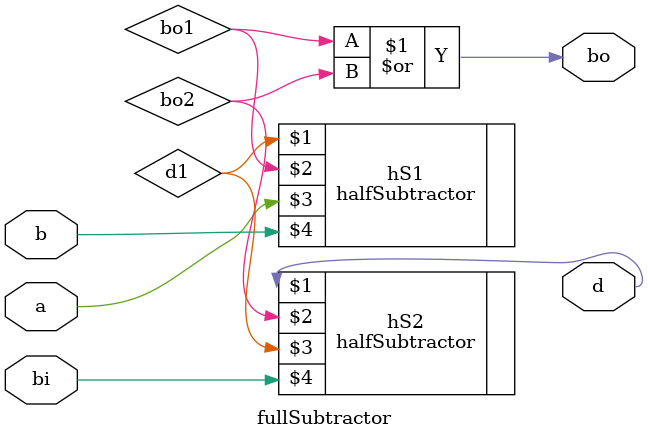
<source format=v>
`timescale 1ns / 1ps


module fullSubtractor(d, bo, a, b, bi);
    input a, b, bi;
    output d, bo;

    wire d1, bo1, bo2;

    halfSubtractor hS1(d1, bo1, a, b);
    halfSubtractor hS2(d, bo2, d1, bi);

    assign bo = bo1 | bo2;
endmodule

</source>
